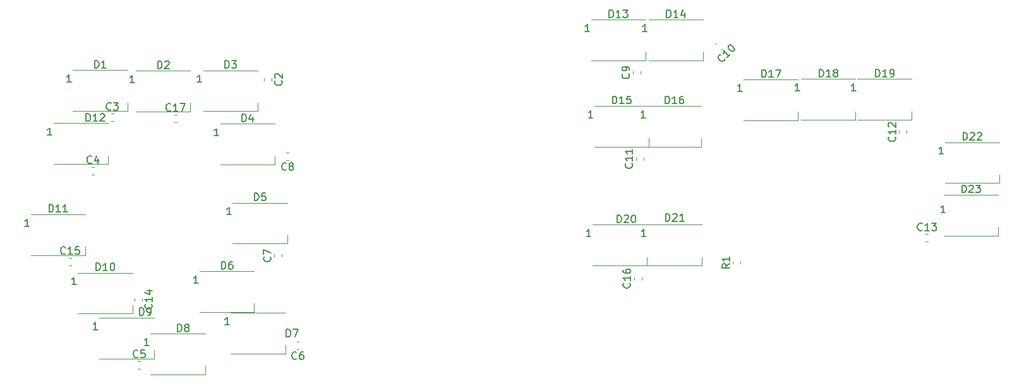
<source format=gbr>
%TF.GenerationSoftware,KiCad,Pcbnew,(5.1.10)-1*%
%TF.CreationDate,2021-11-16T17:05:13+11:00*%
%TF.ProjectId,FCS Panel PCB V2,46435320-5061-46e6-956c-205043422056,rev?*%
%TF.SameCoordinates,Original*%
%TF.FileFunction,Legend,Top*%
%TF.FilePolarity,Positive*%
%FSLAX46Y46*%
G04 Gerber Fmt 4.6, Leading zero omitted, Abs format (unit mm)*
G04 Created by KiCad (PCBNEW (5.1.10)-1) date 2021-11-16 17:05:13*
%MOMM*%
%LPD*%
G01*
G04 APERTURE LIST*
%ADD10C,0.120000*%
%ADD11C,0.150000*%
G04 APERTURE END LIST*
D10*
%TO.C,R1*%
X180131000Y-81069479D02*
X180131000Y-80743921D01*
X179111000Y-81069479D02*
X179111000Y-80743921D01*
%TO.C,C17*%
X104223221Y-62039000D02*
X104548779Y-62039000D01*
X104223221Y-61019000D02*
X104548779Y-61019000D01*
%TO.C,C16*%
X166850000Y-83197979D02*
X166850000Y-82872421D01*
X165830000Y-83197979D02*
X165830000Y-82872421D01*
%TO.C,C15*%
X90096021Y-81269300D02*
X90421579Y-81269300D01*
X90096021Y-80249300D02*
X90421579Y-80249300D01*
%TO.C,C14*%
X98872600Y-85681721D02*
X98872600Y-86007279D01*
X99892600Y-85681721D02*
X99892600Y-86007279D01*
%TO.C,C13*%
X204942221Y-78096800D02*
X205267779Y-78096800D01*
X204942221Y-77076800D02*
X205267779Y-77076800D01*
%TO.C,C12*%
X202402000Y-63535879D02*
X202402000Y-63210321D01*
X201382000Y-63535879D02*
X201382000Y-63210321D01*
%TO.C,C11*%
X167137000Y-67114579D02*
X167137000Y-66789021D01*
X166117000Y-67114579D02*
X166117000Y-66789021D01*
%TO.C,C10*%
X176965478Y-51347273D02*
X176735273Y-51577478D01*
X177686727Y-52068522D02*
X177456522Y-52298727D01*
%TO.C,C9*%
X166712000Y-55544879D02*
X166712000Y-55219321D01*
X165692000Y-55544879D02*
X165692000Y-55219321D01*
%TO.C,C8*%
X119570779Y-66106600D02*
X119245221Y-66106600D01*
X119570779Y-67126600D02*
X119245221Y-67126600D01*
%TO.C,C7*%
X118658000Y-80129679D02*
X118658000Y-79804121D01*
X117638000Y-80129679D02*
X117638000Y-79804121D01*
%TO.C,C6*%
X120942779Y-91493900D02*
X120617221Y-91493900D01*
X120942779Y-92513900D02*
X120617221Y-92513900D01*
%TO.C,C5*%
X99351821Y-95152900D02*
X99677379Y-95152900D01*
X99351821Y-94132900D02*
X99677379Y-94132900D01*
%TO.C,C4*%
X93166921Y-69072200D02*
X93492479Y-69072200D01*
X93166921Y-68052200D02*
X93492479Y-68052200D01*
%TO.C,C3*%
X95755121Y-61906900D02*
X96080679Y-61906900D01*
X95755121Y-60886900D02*
X96080679Y-60886900D01*
%TO.C,C2*%
X116279000Y-56159221D02*
X116279000Y-56484779D01*
X117299000Y-56159221D02*
X117299000Y-56484779D01*
%TO.C,D23*%
X214662000Y-77298800D02*
X214662000Y-76148800D01*
X207362000Y-77298800D02*
X214662000Y-77298800D01*
X207362000Y-71798800D02*
X214662000Y-71798800D01*
%TO.C,D22*%
X214814000Y-70237600D02*
X214814000Y-69087600D01*
X207514000Y-70237600D02*
X214814000Y-70237600D01*
X207514000Y-64737600D02*
X214814000Y-64737600D01*
%TO.C,D21*%
X174936000Y-81312000D02*
X174936000Y-80162000D01*
X167636000Y-81312000D02*
X174936000Y-81312000D01*
X167636000Y-75812000D02*
X174936000Y-75812000D01*
%TO.C,D20*%
X167570000Y-81312400D02*
X167570000Y-80162400D01*
X160270000Y-81312400D02*
X167570000Y-81312400D01*
X160270000Y-75812400D02*
X167570000Y-75812400D01*
%TO.C,D19*%
X203079000Y-61754000D02*
X203079000Y-60604000D01*
X195779000Y-61754000D02*
X203079000Y-61754000D01*
X195779000Y-56254000D02*
X203079000Y-56254000D01*
%TO.C,D18*%
X195533000Y-61754000D02*
X195533000Y-60604000D01*
X188233000Y-61754000D02*
X195533000Y-61754000D01*
X188233000Y-56254000D02*
X195533000Y-56254000D01*
%TO.C,D17*%
X187839000Y-61805200D02*
X187839000Y-60655200D01*
X180539000Y-61805200D02*
X187839000Y-61805200D01*
X180539000Y-56305200D02*
X187839000Y-56305200D01*
%TO.C,D16*%
X174885000Y-65361200D02*
X174885000Y-64211200D01*
X167585000Y-65361200D02*
X174885000Y-65361200D01*
X167585000Y-59861200D02*
X174885000Y-59861200D01*
%TO.C,D15*%
X167824000Y-65360800D02*
X167824000Y-64210800D01*
X160524000Y-65360800D02*
X167824000Y-65360800D01*
X160524000Y-59860800D02*
X167824000Y-59860800D01*
%TO.C,D14*%
X175088000Y-53778800D02*
X175088000Y-52628800D01*
X167788000Y-53778800D02*
X175088000Y-53778800D01*
X167788000Y-48278800D02*
X175088000Y-48278800D01*
%TO.C,D13*%
X167390000Y-53778400D02*
X167390000Y-52628400D01*
X160090000Y-53778400D02*
X167390000Y-53778400D01*
X160090000Y-48278400D02*
X167390000Y-48278400D01*
%TO.C,D12*%
X95344000Y-67672400D02*
X95344000Y-66522400D01*
X88044000Y-67672400D02*
X95344000Y-67672400D01*
X88044000Y-62172400D02*
X95344000Y-62172400D01*
%TO.C,D11*%
X92296000Y-79915200D02*
X92296000Y-78765200D01*
X84996000Y-79915200D02*
X92296000Y-79915200D01*
X84996000Y-74415200D02*
X92296000Y-74415200D01*
%TO.C,D10*%
X98606800Y-87763600D02*
X98606800Y-86613600D01*
X91306800Y-87763600D02*
X98606800Y-87763600D01*
X91306800Y-82263600D02*
X98606800Y-82263600D01*
%TO.C,D9*%
X101490800Y-93783600D02*
X101490800Y-92633600D01*
X94190800Y-93783600D02*
X101490800Y-93783600D01*
X94190800Y-88283600D02*
X101490800Y-88283600D01*
%TO.C,D8*%
X108349000Y-95917200D02*
X108349000Y-94767200D01*
X101049000Y-95917200D02*
X108349000Y-95917200D01*
X101049000Y-90417200D02*
X108349000Y-90417200D01*
%TO.C,D7*%
X119107000Y-93148400D02*
X119107000Y-91998400D01*
X111807000Y-93148400D02*
X119107000Y-93148400D01*
X111807000Y-87648400D02*
X119107000Y-87648400D01*
%TO.C,D6*%
X114941000Y-87560400D02*
X114941000Y-86410400D01*
X107641000Y-87560400D02*
X114941000Y-87560400D01*
X107641000Y-82060400D02*
X114941000Y-82060400D01*
%TO.C,D5*%
X119361000Y-78365600D02*
X119361000Y-77215600D01*
X112061000Y-78365600D02*
X119361000Y-78365600D01*
X112061000Y-72865600D02*
X119361000Y-72865600D01*
%TO.C,D4*%
X117696000Y-67774000D02*
X117696000Y-66624000D01*
X110396000Y-67774000D02*
X117696000Y-67774000D01*
X110396000Y-62274000D02*
X117696000Y-62274000D01*
%TO.C,D3*%
X115398000Y-60585600D02*
X115398000Y-59435600D01*
X108098000Y-60585600D02*
X115398000Y-60585600D01*
X108098000Y-55085600D02*
X115398000Y-55085600D01*
%TO.C,D2*%
X106379000Y-60636400D02*
X106379000Y-59486400D01*
X99079000Y-60636400D02*
X106379000Y-60636400D01*
X99079000Y-55136400D02*
X106379000Y-55136400D01*
%TO.C,D1*%
X97934800Y-60560400D02*
X97934800Y-59410400D01*
X90634800Y-60560400D02*
X97934800Y-60560400D01*
X90634800Y-55060400D02*
X97934800Y-55060400D01*
%TO.C,R1*%
D11*
X178643380Y-81073366D02*
X178167190Y-81406700D01*
X178643380Y-81644795D02*
X177643380Y-81644795D01*
X177643380Y-81263842D01*
X177691000Y-81168604D01*
X177738619Y-81120985D01*
X177833857Y-81073366D01*
X177976714Y-81073366D01*
X178071952Y-81120985D01*
X178119571Y-81168604D01*
X178167190Y-81263842D01*
X178167190Y-81644795D01*
X178643380Y-80120985D02*
X178643380Y-80692414D01*
X178643380Y-80406700D02*
X177643380Y-80406700D01*
X177786238Y-80501938D01*
X177881476Y-80597176D01*
X177929095Y-80692414D01*
%TO.C,C17*%
X103743142Y-60456142D02*
X103695523Y-60503761D01*
X103552666Y-60551380D01*
X103457428Y-60551380D01*
X103314571Y-60503761D01*
X103219333Y-60408523D01*
X103171714Y-60313285D01*
X103124095Y-60122809D01*
X103124095Y-59979952D01*
X103171714Y-59789476D01*
X103219333Y-59694238D01*
X103314571Y-59599000D01*
X103457428Y-59551380D01*
X103552666Y-59551380D01*
X103695523Y-59599000D01*
X103743142Y-59646619D01*
X104695523Y-60551380D02*
X104124095Y-60551380D01*
X104409809Y-60551380D02*
X104409809Y-59551380D01*
X104314571Y-59694238D01*
X104219333Y-59789476D01*
X104124095Y-59837095D01*
X105028857Y-59551380D02*
X105695523Y-59551380D01*
X105266952Y-60551380D01*
%TO.C,C16*%
X165267142Y-83678057D02*
X165314761Y-83725676D01*
X165362380Y-83868533D01*
X165362380Y-83963771D01*
X165314761Y-84106628D01*
X165219523Y-84201866D01*
X165124285Y-84249485D01*
X164933809Y-84297104D01*
X164790952Y-84297104D01*
X164600476Y-84249485D01*
X164505238Y-84201866D01*
X164410000Y-84106628D01*
X164362380Y-83963771D01*
X164362380Y-83868533D01*
X164410000Y-83725676D01*
X164457619Y-83678057D01*
X165362380Y-82725676D02*
X165362380Y-83297104D01*
X165362380Y-83011390D02*
X164362380Y-83011390D01*
X164505238Y-83106628D01*
X164600476Y-83201866D01*
X164648095Y-83297104D01*
X164362380Y-81868533D02*
X164362380Y-82059009D01*
X164410000Y-82154247D01*
X164457619Y-82201866D01*
X164600476Y-82297104D01*
X164790952Y-82344723D01*
X165171904Y-82344723D01*
X165267142Y-82297104D01*
X165314761Y-82249485D01*
X165362380Y-82154247D01*
X165362380Y-81963771D01*
X165314761Y-81868533D01*
X165267142Y-81820914D01*
X165171904Y-81773295D01*
X164933809Y-81773295D01*
X164838571Y-81820914D01*
X164790952Y-81868533D01*
X164743333Y-81963771D01*
X164743333Y-82154247D01*
X164790952Y-82249485D01*
X164838571Y-82297104D01*
X164933809Y-82344723D01*
%TO.C,C15*%
X89615942Y-79686442D02*
X89568323Y-79734061D01*
X89425466Y-79781680D01*
X89330228Y-79781680D01*
X89187371Y-79734061D01*
X89092133Y-79638823D01*
X89044514Y-79543585D01*
X88996895Y-79353109D01*
X88996895Y-79210252D01*
X89044514Y-79019776D01*
X89092133Y-78924538D01*
X89187371Y-78829300D01*
X89330228Y-78781680D01*
X89425466Y-78781680D01*
X89568323Y-78829300D01*
X89615942Y-78876919D01*
X90568323Y-79781680D02*
X89996895Y-79781680D01*
X90282609Y-79781680D02*
X90282609Y-78781680D01*
X90187371Y-78924538D01*
X90092133Y-79019776D01*
X89996895Y-79067395D01*
X91473085Y-78781680D02*
X90996895Y-78781680D01*
X90949276Y-79257871D01*
X90996895Y-79210252D01*
X91092133Y-79162633D01*
X91330228Y-79162633D01*
X91425466Y-79210252D01*
X91473085Y-79257871D01*
X91520704Y-79353109D01*
X91520704Y-79591204D01*
X91473085Y-79686442D01*
X91425466Y-79734061D01*
X91330228Y-79781680D01*
X91092133Y-79781680D01*
X90996895Y-79734061D01*
X90949276Y-79686442D01*
%TO.C,C14*%
X101169742Y-86487357D02*
X101217361Y-86534976D01*
X101264980Y-86677833D01*
X101264980Y-86773071D01*
X101217361Y-86915928D01*
X101122123Y-87011166D01*
X101026885Y-87058785D01*
X100836409Y-87106404D01*
X100693552Y-87106404D01*
X100503076Y-87058785D01*
X100407838Y-87011166D01*
X100312600Y-86915928D01*
X100264980Y-86773071D01*
X100264980Y-86677833D01*
X100312600Y-86534976D01*
X100360219Y-86487357D01*
X101264980Y-85534976D02*
X101264980Y-86106404D01*
X101264980Y-85820690D02*
X100264980Y-85820690D01*
X100407838Y-85915928D01*
X100503076Y-86011166D01*
X100550695Y-86106404D01*
X100598314Y-84677833D02*
X101264980Y-84677833D01*
X100217361Y-84915928D02*
X100931647Y-85154023D01*
X100931647Y-84534976D01*
%TO.C,C13*%
X204462142Y-76513942D02*
X204414523Y-76561561D01*
X204271666Y-76609180D01*
X204176428Y-76609180D01*
X204033571Y-76561561D01*
X203938333Y-76466323D01*
X203890714Y-76371085D01*
X203843095Y-76180609D01*
X203843095Y-76037752D01*
X203890714Y-75847276D01*
X203938333Y-75752038D01*
X204033571Y-75656800D01*
X204176428Y-75609180D01*
X204271666Y-75609180D01*
X204414523Y-75656800D01*
X204462142Y-75704419D01*
X205414523Y-76609180D02*
X204843095Y-76609180D01*
X205128809Y-76609180D02*
X205128809Y-75609180D01*
X205033571Y-75752038D01*
X204938333Y-75847276D01*
X204843095Y-75894895D01*
X205747857Y-75609180D02*
X206366904Y-75609180D01*
X206033571Y-75990133D01*
X206176428Y-75990133D01*
X206271666Y-76037752D01*
X206319285Y-76085371D01*
X206366904Y-76180609D01*
X206366904Y-76418704D01*
X206319285Y-76513942D01*
X206271666Y-76561561D01*
X206176428Y-76609180D01*
X205890714Y-76609180D01*
X205795476Y-76561561D01*
X205747857Y-76513942D01*
%TO.C,C12*%
X200819142Y-64015957D02*
X200866761Y-64063576D01*
X200914380Y-64206433D01*
X200914380Y-64301671D01*
X200866761Y-64444528D01*
X200771523Y-64539766D01*
X200676285Y-64587385D01*
X200485809Y-64635004D01*
X200342952Y-64635004D01*
X200152476Y-64587385D01*
X200057238Y-64539766D01*
X199962000Y-64444528D01*
X199914380Y-64301671D01*
X199914380Y-64206433D01*
X199962000Y-64063576D01*
X200009619Y-64015957D01*
X200914380Y-63063576D02*
X200914380Y-63635004D01*
X200914380Y-63349290D02*
X199914380Y-63349290D01*
X200057238Y-63444528D01*
X200152476Y-63539766D01*
X200200095Y-63635004D01*
X200009619Y-62682623D02*
X199962000Y-62635004D01*
X199914380Y-62539766D01*
X199914380Y-62301671D01*
X199962000Y-62206433D01*
X200009619Y-62158814D01*
X200104857Y-62111195D01*
X200200095Y-62111195D01*
X200342952Y-62158814D01*
X200914380Y-62730242D01*
X200914380Y-62111195D01*
%TO.C,C11*%
X165554142Y-67594657D02*
X165601761Y-67642276D01*
X165649380Y-67785133D01*
X165649380Y-67880371D01*
X165601761Y-68023228D01*
X165506523Y-68118466D01*
X165411285Y-68166085D01*
X165220809Y-68213704D01*
X165077952Y-68213704D01*
X164887476Y-68166085D01*
X164792238Y-68118466D01*
X164697000Y-68023228D01*
X164649380Y-67880371D01*
X164649380Y-67785133D01*
X164697000Y-67642276D01*
X164744619Y-67594657D01*
X165649380Y-66642276D02*
X165649380Y-67213704D01*
X165649380Y-66927990D02*
X164649380Y-66927990D01*
X164792238Y-67023228D01*
X164887476Y-67118466D01*
X164935095Y-67213704D01*
X165649380Y-65689895D02*
X165649380Y-66261323D01*
X165649380Y-65975609D02*
X164649380Y-65975609D01*
X164792238Y-66070847D01*
X164887476Y-66166085D01*
X164935095Y-66261323D01*
%TO.C,C10*%
X178020132Y-53541269D02*
X178020132Y-53608613D01*
X177952788Y-53743300D01*
X177885445Y-53810643D01*
X177750758Y-53877987D01*
X177616071Y-53877987D01*
X177515056Y-53844315D01*
X177346697Y-53743300D01*
X177245682Y-53642285D01*
X177144666Y-53473926D01*
X177110995Y-53372911D01*
X177110995Y-53238224D01*
X177178338Y-53103537D01*
X177245682Y-53036193D01*
X177380369Y-52968850D01*
X177447712Y-52968850D01*
X178760911Y-52935178D02*
X178356850Y-53339239D01*
X178558880Y-53137208D02*
X177851773Y-52430101D01*
X177885445Y-52598460D01*
X177885445Y-52733147D01*
X177851773Y-52834163D01*
X178491537Y-51790338D02*
X178558880Y-51722995D01*
X178659895Y-51689323D01*
X178727239Y-51689323D01*
X178828254Y-51722995D01*
X178996613Y-51824010D01*
X179164972Y-51992369D01*
X179265987Y-52160727D01*
X179299659Y-52261743D01*
X179299659Y-52329086D01*
X179265987Y-52430101D01*
X179198643Y-52497445D01*
X179097628Y-52531117D01*
X179030285Y-52531117D01*
X178929269Y-52497445D01*
X178760911Y-52396430D01*
X178592552Y-52228071D01*
X178491537Y-52059712D01*
X178457865Y-51958697D01*
X178457865Y-51891353D01*
X178491537Y-51790338D01*
%TO.C,C9*%
X165129142Y-55548766D02*
X165176761Y-55596385D01*
X165224380Y-55739242D01*
X165224380Y-55834480D01*
X165176761Y-55977338D01*
X165081523Y-56072576D01*
X164986285Y-56120195D01*
X164795809Y-56167814D01*
X164652952Y-56167814D01*
X164462476Y-56120195D01*
X164367238Y-56072576D01*
X164272000Y-55977338D01*
X164224380Y-55834480D01*
X164224380Y-55739242D01*
X164272000Y-55596385D01*
X164319619Y-55548766D01*
X165224380Y-55072576D02*
X165224380Y-54882100D01*
X165176761Y-54786861D01*
X165129142Y-54739242D01*
X164986285Y-54644004D01*
X164795809Y-54596385D01*
X164414857Y-54596385D01*
X164319619Y-54644004D01*
X164272000Y-54691623D01*
X164224380Y-54786861D01*
X164224380Y-54977338D01*
X164272000Y-55072576D01*
X164319619Y-55120195D01*
X164414857Y-55167814D01*
X164652952Y-55167814D01*
X164748190Y-55120195D01*
X164795809Y-55072576D01*
X164843428Y-54977338D01*
X164843428Y-54786861D01*
X164795809Y-54691623D01*
X164748190Y-54644004D01*
X164652952Y-54596385D01*
%TO.C,C8*%
X119241333Y-68403742D02*
X119193714Y-68451361D01*
X119050857Y-68498980D01*
X118955619Y-68498980D01*
X118812761Y-68451361D01*
X118717523Y-68356123D01*
X118669904Y-68260885D01*
X118622285Y-68070409D01*
X118622285Y-67927552D01*
X118669904Y-67737076D01*
X118717523Y-67641838D01*
X118812761Y-67546600D01*
X118955619Y-67498980D01*
X119050857Y-67498980D01*
X119193714Y-67546600D01*
X119241333Y-67594219D01*
X119812761Y-67927552D02*
X119717523Y-67879933D01*
X119669904Y-67832314D01*
X119622285Y-67737076D01*
X119622285Y-67689457D01*
X119669904Y-67594219D01*
X119717523Y-67546600D01*
X119812761Y-67498980D01*
X120003238Y-67498980D01*
X120098476Y-67546600D01*
X120146095Y-67594219D01*
X120193714Y-67689457D01*
X120193714Y-67737076D01*
X120146095Y-67832314D01*
X120098476Y-67879933D01*
X120003238Y-67927552D01*
X119812761Y-67927552D01*
X119717523Y-67975171D01*
X119669904Y-68022790D01*
X119622285Y-68118028D01*
X119622285Y-68308504D01*
X119669904Y-68403742D01*
X119717523Y-68451361D01*
X119812761Y-68498980D01*
X120003238Y-68498980D01*
X120098476Y-68451361D01*
X120146095Y-68403742D01*
X120193714Y-68308504D01*
X120193714Y-68118028D01*
X120146095Y-68022790D01*
X120098476Y-67975171D01*
X120003238Y-67927552D01*
%TO.C,C7*%
X117075142Y-80133566D02*
X117122761Y-80181185D01*
X117170380Y-80324042D01*
X117170380Y-80419280D01*
X117122761Y-80562138D01*
X117027523Y-80657376D01*
X116932285Y-80704995D01*
X116741809Y-80752614D01*
X116598952Y-80752614D01*
X116408476Y-80704995D01*
X116313238Y-80657376D01*
X116218000Y-80562138D01*
X116170380Y-80419280D01*
X116170380Y-80324042D01*
X116218000Y-80181185D01*
X116265619Y-80133566D01*
X116170380Y-79800233D02*
X116170380Y-79133566D01*
X117170380Y-79562138D01*
%TO.C,C6*%
X120613333Y-93791042D02*
X120565714Y-93838661D01*
X120422857Y-93886280D01*
X120327619Y-93886280D01*
X120184761Y-93838661D01*
X120089523Y-93743423D01*
X120041904Y-93648185D01*
X119994285Y-93457709D01*
X119994285Y-93314852D01*
X120041904Y-93124376D01*
X120089523Y-93029138D01*
X120184761Y-92933900D01*
X120327619Y-92886280D01*
X120422857Y-92886280D01*
X120565714Y-92933900D01*
X120613333Y-92981519D01*
X121470476Y-92886280D02*
X121280000Y-92886280D01*
X121184761Y-92933900D01*
X121137142Y-92981519D01*
X121041904Y-93124376D01*
X120994285Y-93314852D01*
X120994285Y-93695804D01*
X121041904Y-93791042D01*
X121089523Y-93838661D01*
X121184761Y-93886280D01*
X121375238Y-93886280D01*
X121470476Y-93838661D01*
X121518095Y-93791042D01*
X121565714Y-93695804D01*
X121565714Y-93457709D01*
X121518095Y-93362471D01*
X121470476Y-93314852D01*
X121375238Y-93267233D01*
X121184761Y-93267233D01*
X121089523Y-93314852D01*
X121041904Y-93362471D01*
X120994285Y-93457709D01*
%TO.C,C5*%
X99347933Y-93570042D02*
X99300314Y-93617661D01*
X99157457Y-93665280D01*
X99062219Y-93665280D01*
X98919361Y-93617661D01*
X98824123Y-93522423D01*
X98776504Y-93427185D01*
X98728885Y-93236709D01*
X98728885Y-93093852D01*
X98776504Y-92903376D01*
X98824123Y-92808138D01*
X98919361Y-92712900D01*
X99062219Y-92665280D01*
X99157457Y-92665280D01*
X99300314Y-92712900D01*
X99347933Y-92760519D01*
X100252695Y-92665280D02*
X99776504Y-92665280D01*
X99728885Y-93141471D01*
X99776504Y-93093852D01*
X99871742Y-93046233D01*
X100109838Y-93046233D01*
X100205076Y-93093852D01*
X100252695Y-93141471D01*
X100300314Y-93236709D01*
X100300314Y-93474804D01*
X100252695Y-93570042D01*
X100205076Y-93617661D01*
X100109838Y-93665280D01*
X99871742Y-93665280D01*
X99776504Y-93617661D01*
X99728885Y-93570042D01*
%TO.C,C4*%
X93163033Y-67489342D02*
X93115414Y-67536961D01*
X92972557Y-67584580D01*
X92877319Y-67584580D01*
X92734461Y-67536961D01*
X92639223Y-67441723D01*
X92591604Y-67346485D01*
X92543985Y-67156009D01*
X92543985Y-67013152D01*
X92591604Y-66822676D01*
X92639223Y-66727438D01*
X92734461Y-66632200D01*
X92877319Y-66584580D01*
X92972557Y-66584580D01*
X93115414Y-66632200D01*
X93163033Y-66679819D01*
X94020176Y-66917914D02*
X94020176Y-67584580D01*
X93782080Y-66536961D02*
X93543985Y-67251247D01*
X94163033Y-67251247D01*
%TO.C,C3*%
X95751233Y-60324042D02*
X95703614Y-60371661D01*
X95560757Y-60419280D01*
X95465519Y-60419280D01*
X95322661Y-60371661D01*
X95227423Y-60276423D01*
X95179804Y-60181185D01*
X95132185Y-59990709D01*
X95132185Y-59847852D01*
X95179804Y-59657376D01*
X95227423Y-59562138D01*
X95322661Y-59466900D01*
X95465519Y-59419280D01*
X95560757Y-59419280D01*
X95703614Y-59466900D01*
X95751233Y-59514519D01*
X96084566Y-59419280D02*
X96703614Y-59419280D01*
X96370280Y-59800233D01*
X96513138Y-59800233D01*
X96608376Y-59847852D01*
X96655995Y-59895471D01*
X96703614Y-59990709D01*
X96703614Y-60228804D01*
X96655995Y-60324042D01*
X96608376Y-60371661D01*
X96513138Y-60419280D01*
X96227423Y-60419280D01*
X96132185Y-60371661D01*
X96084566Y-60324042D01*
%TO.C,C2*%
X118576142Y-56488666D02*
X118623761Y-56536285D01*
X118671380Y-56679142D01*
X118671380Y-56774380D01*
X118623761Y-56917238D01*
X118528523Y-57012476D01*
X118433285Y-57060095D01*
X118242809Y-57107714D01*
X118099952Y-57107714D01*
X117909476Y-57060095D01*
X117814238Y-57012476D01*
X117719000Y-56917238D01*
X117671380Y-56774380D01*
X117671380Y-56679142D01*
X117719000Y-56536285D01*
X117766619Y-56488666D01*
X117766619Y-56107714D02*
X117719000Y-56060095D01*
X117671380Y-55964857D01*
X117671380Y-55726761D01*
X117719000Y-55631523D01*
X117766619Y-55583904D01*
X117861857Y-55536285D01*
X117957095Y-55536285D01*
X118099952Y-55583904D01*
X118671380Y-56155333D01*
X118671380Y-55536285D01*
%TO.C,D23*%
X209797714Y-71501180D02*
X209797714Y-70501180D01*
X210035809Y-70501180D01*
X210178666Y-70548800D01*
X210273904Y-70644038D01*
X210321523Y-70739276D01*
X210369142Y-70929752D01*
X210369142Y-71072609D01*
X210321523Y-71263085D01*
X210273904Y-71358323D01*
X210178666Y-71453561D01*
X210035809Y-71501180D01*
X209797714Y-71501180D01*
X210750095Y-70596419D02*
X210797714Y-70548800D01*
X210892952Y-70501180D01*
X211131047Y-70501180D01*
X211226285Y-70548800D01*
X211273904Y-70596419D01*
X211321523Y-70691657D01*
X211321523Y-70786895D01*
X211273904Y-70929752D01*
X210702476Y-71501180D01*
X211321523Y-71501180D01*
X211654857Y-70501180D02*
X212273904Y-70501180D01*
X211940571Y-70882133D01*
X212083428Y-70882133D01*
X212178666Y-70929752D01*
X212226285Y-70977371D01*
X212273904Y-71072609D01*
X212273904Y-71310704D01*
X212226285Y-71405942D01*
X212178666Y-71453561D01*
X212083428Y-71501180D01*
X211797714Y-71501180D01*
X211702476Y-71453561D01*
X211654857Y-71405942D01*
X207549714Y-74213980D02*
X206978285Y-74213980D01*
X207264000Y-74213980D02*
X207264000Y-73213980D01*
X207168761Y-73356838D01*
X207073523Y-73452076D01*
X206978285Y-73499695D01*
%TO.C,D22*%
X209949714Y-64439980D02*
X209949714Y-63439980D01*
X210187809Y-63439980D01*
X210330666Y-63487600D01*
X210425904Y-63582838D01*
X210473523Y-63678076D01*
X210521142Y-63868552D01*
X210521142Y-64011409D01*
X210473523Y-64201885D01*
X210425904Y-64297123D01*
X210330666Y-64392361D01*
X210187809Y-64439980D01*
X209949714Y-64439980D01*
X210902095Y-63535219D02*
X210949714Y-63487600D01*
X211044952Y-63439980D01*
X211283047Y-63439980D01*
X211378285Y-63487600D01*
X211425904Y-63535219D01*
X211473523Y-63630457D01*
X211473523Y-63725695D01*
X211425904Y-63868552D01*
X210854476Y-64439980D01*
X211473523Y-64439980D01*
X211854476Y-63535219D02*
X211902095Y-63487600D01*
X211997333Y-63439980D01*
X212235428Y-63439980D01*
X212330666Y-63487600D01*
X212378285Y-63535219D01*
X212425904Y-63630457D01*
X212425904Y-63725695D01*
X212378285Y-63868552D01*
X211806857Y-64439980D01*
X212425904Y-64439980D01*
X207299714Y-66339980D02*
X206728285Y-66339980D01*
X207014000Y-66339980D02*
X207014000Y-65339980D01*
X206918761Y-65482838D01*
X206823523Y-65578076D01*
X206728285Y-65625695D01*
%TO.C,D21*%
X170083314Y-75331580D02*
X170083314Y-74331580D01*
X170321409Y-74331580D01*
X170464266Y-74379200D01*
X170559504Y-74474438D01*
X170607123Y-74569676D01*
X170654742Y-74760152D01*
X170654742Y-74903009D01*
X170607123Y-75093485D01*
X170559504Y-75188723D01*
X170464266Y-75283961D01*
X170321409Y-75331580D01*
X170083314Y-75331580D01*
X171035695Y-74426819D02*
X171083314Y-74379200D01*
X171178552Y-74331580D01*
X171416647Y-74331580D01*
X171511885Y-74379200D01*
X171559504Y-74426819D01*
X171607123Y-74522057D01*
X171607123Y-74617295D01*
X171559504Y-74760152D01*
X170988076Y-75331580D01*
X171607123Y-75331580D01*
X172559504Y-75331580D02*
X171988076Y-75331580D01*
X172273790Y-75331580D02*
X172273790Y-74331580D01*
X172178552Y-74474438D01*
X172083314Y-74569676D01*
X171988076Y-74617295D01*
X167421714Y-77414380D02*
X166850285Y-77414380D01*
X167136000Y-77414380D02*
X167136000Y-76414380D01*
X167040761Y-76557238D01*
X166945523Y-76652476D01*
X166850285Y-76700095D01*
%TO.C,D20*%
X163580914Y-75534780D02*
X163580914Y-74534780D01*
X163819009Y-74534780D01*
X163961866Y-74582400D01*
X164057104Y-74677638D01*
X164104723Y-74772876D01*
X164152342Y-74963352D01*
X164152342Y-75106209D01*
X164104723Y-75296685D01*
X164057104Y-75391923D01*
X163961866Y-75487161D01*
X163819009Y-75534780D01*
X163580914Y-75534780D01*
X164533295Y-74630019D02*
X164580914Y-74582400D01*
X164676152Y-74534780D01*
X164914247Y-74534780D01*
X165009485Y-74582400D01*
X165057104Y-74630019D01*
X165104723Y-74725257D01*
X165104723Y-74820495D01*
X165057104Y-74963352D01*
X164485676Y-75534780D01*
X165104723Y-75534780D01*
X165723771Y-74534780D02*
X165819009Y-74534780D01*
X165914247Y-74582400D01*
X165961866Y-74630019D01*
X166009485Y-74725257D01*
X166057104Y-74915733D01*
X166057104Y-75153828D01*
X166009485Y-75344304D01*
X165961866Y-75439542D01*
X165914247Y-75487161D01*
X165819009Y-75534780D01*
X165723771Y-75534780D01*
X165628533Y-75487161D01*
X165580914Y-75439542D01*
X165533295Y-75344304D01*
X165485676Y-75153828D01*
X165485676Y-74915733D01*
X165533295Y-74725257D01*
X165580914Y-74630019D01*
X165628533Y-74582400D01*
X165723771Y-74534780D01*
X160055714Y-77414780D02*
X159484285Y-77414780D01*
X159770000Y-77414780D02*
X159770000Y-76414780D01*
X159674761Y-76557638D01*
X159579523Y-76652876D01*
X159484285Y-76700495D01*
%TO.C,D19*%
X198214714Y-55956380D02*
X198214714Y-54956380D01*
X198452809Y-54956380D01*
X198595666Y-55004000D01*
X198690904Y-55099238D01*
X198738523Y-55194476D01*
X198786142Y-55384952D01*
X198786142Y-55527809D01*
X198738523Y-55718285D01*
X198690904Y-55813523D01*
X198595666Y-55908761D01*
X198452809Y-55956380D01*
X198214714Y-55956380D01*
X199738523Y-55956380D02*
X199167095Y-55956380D01*
X199452809Y-55956380D02*
X199452809Y-54956380D01*
X199357571Y-55099238D01*
X199262333Y-55194476D01*
X199167095Y-55242095D01*
X200214714Y-55956380D02*
X200405190Y-55956380D01*
X200500428Y-55908761D01*
X200548047Y-55861142D01*
X200643285Y-55718285D01*
X200690904Y-55527809D01*
X200690904Y-55146857D01*
X200643285Y-55051619D01*
X200595666Y-55004000D01*
X200500428Y-54956380D01*
X200309952Y-54956380D01*
X200214714Y-55004000D01*
X200167095Y-55051619D01*
X200119476Y-55146857D01*
X200119476Y-55384952D01*
X200167095Y-55480190D01*
X200214714Y-55527809D01*
X200309952Y-55575428D01*
X200500428Y-55575428D01*
X200595666Y-55527809D01*
X200643285Y-55480190D01*
X200690904Y-55384952D01*
X195564714Y-57856380D02*
X194993285Y-57856380D01*
X195279000Y-57856380D02*
X195279000Y-56856380D01*
X195183761Y-56999238D01*
X195088523Y-57094476D01*
X194993285Y-57142095D01*
%TO.C,D18*%
X190668714Y-55956380D02*
X190668714Y-54956380D01*
X190906809Y-54956380D01*
X191049666Y-55004000D01*
X191144904Y-55099238D01*
X191192523Y-55194476D01*
X191240142Y-55384952D01*
X191240142Y-55527809D01*
X191192523Y-55718285D01*
X191144904Y-55813523D01*
X191049666Y-55908761D01*
X190906809Y-55956380D01*
X190668714Y-55956380D01*
X192192523Y-55956380D02*
X191621095Y-55956380D01*
X191906809Y-55956380D02*
X191906809Y-54956380D01*
X191811571Y-55099238D01*
X191716333Y-55194476D01*
X191621095Y-55242095D01*
X192763952Y-55384952D02*
X192668714Y-55337333D01*
X192621095Y-55289714D01*
X192573476Y-55194476D01*
X192573476Y-55146857D01*
X192621095Y-55051619D01*
X192668714Y-55004000D01*
X192763952Y-54956380D01*
X192954428Y-54956380D01*
X193049666Y-55004000D01*
X193097285Y-55051619D01*
X193144904Y-55146857D01*
X193144904Y-55194476D01*
X193097285Y-55289714D01*
X193049666Y-55337333D01*
X192954428Y-55384952D01*
X192763952Y-55384952D01*
X192668714Y-55432571D01*
X192621095Y-55480190D01*
X192573476Y-55575428D01*
X192573476Y-55765904D01*
X192621095Y-55861142D01*
X192668714Y-55908761D01*
X192763952Y-55956380D01*
X192954428Y-55956380D01*
X193049666Y-55908761D01*
X193097285Y-55861142D01*
X193144904Y-55765904D01*
X193144904Y-55575428D01*
X193097285Y-55480190D01*
X193049666Y-55432571D01*
X192954428Y-55384952D01*
X188018714Y-57856380D02*
X187447285Y-57856380D01*
X187733000Y-57856380D02*
X187733000Y-56856380D01*
X187637761Y-56999238D01*
X187542523Y-57094476D01*
X187447285Y-57142095D01*
%TO.C,D17*%
X182974714Y-56007580D02*
X182974714Y-55007580D01*
X183212809Y-55007580D01*
X183355666Y-55055200D01*
X183450904Y-55150438D01*
X183498523Y-55245676D01*
X183546142Y-55436152D01*
X183546142Y-55579009D01*
X183498523Y-55769485D01*
X183450904Y-55864723D01*
X183355666Y-55959961D01*
X183212809Y-56007580D01*
X182974714Y-56007580D01*
X184498523Y-56007580D02*
X183927095Y-56007580D01*
X184212809Y-56007580D02*
X184212809Y-55007580D01*
X184117571Y-55150438D01*
X184022333Y-55245676D01*
X183927095Y-55293295D01*
X184831857Y-55007580D02*
X185498523Y-55007580D01*
X185069952Y-56007580D01*
X180324714Y-57907580D02*
X179753285Y-57907580D01*
X180039000Y-57907580D02*
X180039000Y-56907580D01*
X179943761Y-57050438D01*
X179848523Y-57145676D01*
X179753285Y-57193295D01*
%TO.C,D16*%
X170020714Y-59563580D02*
X170020714Y-58563580D01*
X170258809Y-58563580D01*
X170401666Y-58611200D01*
X170496904Y-58706438D01*
X170544523Y-58801676D01*
X170592142Y-58992152D01*
X170592142Y-59135009D01*
X170544523Y-59325485D01*
X170496904Y-59420723D01*
X170401666Y-59515961D01*
X170258809Y-59563580D01*
X170020714Y-59563580D01*
X171544523Y-59563580D02*
X170973095Y-59563580D01*
X171258809Y-59563580D02*
X171258809Y-58563580D01*
X171163571Y-58706438D01*
X171068333Y-58801676D01*
X170973095Y-58849295D01*
X172401666Y-58563580D02*
X172211190Y-58563580D01*
X172115952Y-58611200D01*
X172068333Y-58658819D01*
X171973095Y-58801676D01*
X171925476Y-58992152D01*
X171925476Y-59373104D01*
X171973095Y-59468342D01*
X172020714Y-59515961D01*
X172115952Y-59563580D01*
X172306428Y-59563580D01*
X172401666Y-59515961D01*
X172449285Y-59468342D01*
X172496904Y-59373104D01*
X172496904Y-59135009D01*
X172449285Y-59039771D01*
X172401666Y-58992152D01*
X172306428Y-58944533D01*
X172115952Y-58944533D01*
X172020714Y-58992152D01*
X171973095Y-59039771D01*
X171925476Y-59135009D01*
X167370714Y-61463580D02*
X166799285Y-61463580D01*
X167085000Y-61463580D02*
X167085000Y-60463580D01*
X166989761Y-60606438D01*
X166894523Y-60701676D01*
X166799285Y-60749295D01*
%TO.C,D15*%
X162959714Y-59563180D02*
X162959714Y-58563180D01*
X163197809Y-58563180D01*
X163340666Y-58610800D01*
X163435904Y-58706038D01*
X163483523Y-58801276D01*
X163531142Y-58991752D01*
X163531142Y-59134609D01*
X163483523Y-59325085D01*
X163435904Y-59420323D01*
X163340666Y-59515561D01*
X163197809Y-59563180D01*
X162959714Y-59563180D01*
X164483523Y-59563180D02*
X163912095Y-59563180D01*
X164197809Y-59563180D02*
X164197809Y-58563180D01*
X164102571Y-58706038D01*
X164007333Y-58801276D01*
X163912095Y-58848895D01*
X165388285Y-58563180D02*
X164912095Y-58563180D01*
X164864476Y-59039371D01*
X164912095Y-58991752D01*
X165007333Y-58944133D01*
X165245428Y-58944133D01*
X165340666Y-58991752D01*
X165388285Y-59039371D01*
X165435904Y-59134609D01*
X165435904Y-59372704D01*
X165388285Y-59467942D01*
X165340666Y-59515561D01*
X165245428Y-59563180D01*
X165007333Y-59563180D01*
X164912095Y-59515561D01*
X164864476Y-59467942D01*
X160309714Y-61463180D02*
X159738285Y-61463180D01*
X160024000Y-61463180D02*
X160024000Y-60463180D01*
X159928761Y-60606038D01*
X159833523Y-60701276D01*
X159738285Y-60748895D01*
%TO.C,D14*%
X170223714Y-47981180D02*
X170223714Y-46981180D01*
X170461809Y-46981180D01*
X170604666Y-47028800D01*
X170699904Y-47124038D01*
X170747523Y-47219276D01*
X170795142Y-47409752D01*
X170795142Y-47552609D01*
X170747523Y-47743085D01*
X170699904Y-47838323D01*
X170604666Y-47933561D01*
X170461809Y-47981180D01*
X170223714Y-47981180D01*
X171747523Y-47981180D02*
X171176095Y-47981180D01*
X171461809Y-47981180D02*
X171461809Y-46981180D01*
X171366571Y-47124038D01*
X171271333Y-47219276D01*
X171176095Y-47266895D01*
X172604666Y-47314514D02*
X172604666Y-47981180D01*
X172366571Y-46933561D02*
X172128476Y-47647847D01*
X172747523Y-47647847D01*
X167573714Y-49881180D02*
X167002285Y-49881180D01*
X167288000Y-49881180D02*
X167288000Y-48881180D01*
X167192761Y-49024038D01*
X167097523Y-49119276D01*
X167002285Y-49166895D01*
%TO.C,D13*%
X162525714Y-47980780D02*
X162525714Y-46980780D01*
X162763809Y-46980780D01*
X162906666Y-47028400D01*
X163001904Y-47123638D01*
X163049523Y-47218876D01*
X163097142Y-47409352D01*
X163097142Y-47552209D01*
X163049523Y-47742685D01*
X163001904Y-47837923D01*
X162906666Y-47933161D01*
X162763809Y-47980780D01*
X162525714Y-47980780D01*
X164049523Y-47980780D02*
X163478095Y-47980780D01*
X163763809Y-47980780D02*
X163763809Y-46980780D01*
X163668571Y-47123638D01*
X163573333Y-47218876D01*
X163478095Y-47266495D01*
X164382857Y-46980780D02*
X165001904Y-46980780D01*
X164668571Y-47361733D01*
X164811428Y-47361733D01*
X164906666Y-47409352D01*
X164954285Y-47456971D01*
X165001904Y-47552209D01*
X165001904Y-47790304D01*
X164954285Y-47885542D01*
X164906666Y-47933161D01*
X164811428Y-47980780D01*
X164525714Y-47980780D01*
X164430476Y-47933161D01*
X164382857Y-47885542D01*
X159875714Y-49880780D02*
X159304285Y-49880780D01*
X159590000Y-49880780D02*
X159590000Y-48880780D01*
X159494761Y-49023638D01*
X159399523Y-49118876D01*
X159304285Y-49166495D01*
%TO.C,D12*%
X92410114Y-61920380D02*
X92410114Y-60920380D01*
X92648209Y-60920380D01*
X92791066Y-60968000D01*
X92886304Y-61063238D01*
X92933923Y-61158476D01*
X92981542Y-61348952D01*
X92981542Y-61491809D01*
X92933923Y-61682285D01*
X92886304Y-61777523D01*
X92791066Y-61872761D01*
X92648209Y-61920380D01*
X92410114Y-61920380D01*
X93933923Y-61920380D02*
X93362495Y-61920380D01*
X93648209Y-61920380D02*
X93648209Y-60920380D01*
X93552971Y-61063238D01*
X93457733Y-61158476D01*
X93362495Y-61206095D01*
X94314876Y-61015619D02*
X94362495Y-60968000D01*
X94457733Y-60920380D01*
X94695828Y-60920380D01*
X94791066Y-60968000D01*
X94838685Y-61015619D01*
X94886304Y-61110857D01*
X94886304Y-61206095D01*
X94838685Y-61348952D01*
X94267257Y-61920380D01*
X94886304Y-61920380D01*
X87814114Y-63799980D02*
X87242685Y-63799980D01*
X87528400Y-63799980D02*
X87528400Y-62799980D01*
X87433161Y-62942838D01*
X87337923Y-63038076D01*
X87242685Y-63085695D01*
%TO.C,D11*%
X87431714Y-74117580D02*
X87431714Y-73117580D01*
X87669809Y-73117580D01*
X87812666Y-73165200D01*
X87907904Y-73260438D01*
X87955523Y-73355676D01*
X88003142Y-73546152D01*
X88003142Y-73689009D01*
X87955523Y-73879485D01*
X87907904Y-73974723D01*
X87812666Y-74069961D01*
X87669809Y-74117580D01*
X87431714Y-74117580D01*
X88955523Y-74117580D02*
X88384095Y-74117580D01*
X88669809Y-74117580D02*
X88669809Y-73117580D01*
X88574571Y-73260438D01*
X88479333Y-73355676D01*
X88384095Y-73403295D01*
X89907904Y-74117580D02*
X89336476Y-74117580D01*
X89622190Y-74117580D02*
X89622190Y-73117580D01*
X89526952Y-73260438D01*
X89431714Y-73355676D01*
X89336476Y-73403295D01*
X84781714Y-76017580D02*
X84210285Y-76017580D01*
X84496000Y-76017580D02*
X84496000Y-75017580D01*
X84400761Y-75160438D01*
X84305523Y-75255676D01*
X84210285Y-75303295D01*
%TO.C,D10*%
X93742514Y-81965980D02*
X93742514Y-80965980D01*
X93980609Y-80965980D01*
X94123466Y-81013600D01*
X94218704Y-81108838D01*
X94266323Y-81204076D01*
X94313942Y-81394552D01*
X94313942Y-81537409D01*
X94266323Y-81727885D01*
X94218704Y-81823123D01*
X94123466Y-81918361D01*
X93980609Y-81965980D01*
X93742514Y-81965980D01*
X95266323Y-81965980D02*
X94694895Y-81965980D01*
X94980609Y-81965980D02*
X94980609Y-80965980D01*
X94885371Y-81108838D01*
X94790133Y-81204076D01*
X94694895Y-81251695D01*
X95885371Y-80965980D02*
X95980609Y-80965980D01*
X96075847Y-81013600D01*
X96123466Y-81061219D01*
X96171085Y-81156457D01*
X96218704Y-81346933D01*
X96218704Y-81585028D01*
X96171085Y-81775504D01*
X96123466Y-81870742D01*
X96075847Y-81918361D01*
X95980609Y-81965980D01*
X95885371Y-81965980D01*
X95790133Y-81918361D01*
X95742514Y-81870742D01*
X95694895Y-81775504D01*
X95647276Y-81585028D01*
X95647276Y-81346933D01*
X95694895Y-81156457D01*
X95742514Y-81061219D01*
X95790133Y-81013600D01*
X95885371Y-80965980D01*
X91092514Y-83865980D02*
X90521085Y-83865980D01*
X90806800Y-83865980D02*
X90806800Y-82865980D01*
X90711561Y-83008838D01*
X90616323Y-83104076D01*
X90521085Y-83151695D01*
%TO.C,D9*%
X99591904Y-87985980D02*
X99591904Y-86985980D01*
X99830000Y-86985980D01*
X99972857Y-87033600D01*
X100068095Y-87128838D01*
X100115714Y-87224076D01*
X100163333Y-87414552D01*
X100163333Y-87557409D01*
X100115714Y-87747885D01*
X100068095Y-87843123D01*
X99972857Y-87938361D01*
X99830000Y-87985980D01*
X99591904Y-87985980D01*
X100639523Y-87985980D02*
X100830000Y-87985980D01*
X100925238Y-87938361D01*
X100972857Y-87890742D01*
X101068095Y-87747885D01*
X101115714Y-87557409D01*
X101115714Y-87176457D01*
X101068095Y-87081219D01*
X101020476Y-87033600D01*
X100925238Y-86985980D01*
X100734761Y-86985980D01*
X100639523Y-87033600D01*
X100591904Y-87081219D01*
X100544285Y-87176457D01*
X100544285Y-87414552D01*
X100591904Y-87509790D01*
X100639523Y-87557409D01*
X100734761Y-87605028D01*
X100925238Y-87605028D01*
X101020476Y-87557409D01*
X101068095Y-87509790D01*
X101115714Y-87414552D01*
X93976514Y-89885980D02*
X93405085Y-89885980D01*
X93690800Y-89885980D02*
X93690800Y-88885980D01*
X93595561Y-89028838D01*
X93500323Y-89124076D01*
X93405085Y-89171695D01*
%TO.C,D8*%
X104671904Y-90165180D02*
X104671904Y-89165180D01*
X104910000Y-89165180D01*
X105052857Y-89212800D01*
X105148095Y-89308038D01*
X105195714Y-89403276D01*
X105243333Y-89593752D01*
X105243333Y-89736609D01*
X105195714Y-89927085D01*
X105148095Y-90022323D01*
X105052857Y-90117561D01*
X104910000Y-90165180D01*
X104671904Y-90165180D01*
X105814761Y-89593752D02*
X105719523Y-89546133D01*
X105671904Y-89498514D01*
X105624285Y-89403276D01*
X105624285Y-89355657D01*
X105671904Y-89260419D01*
X105719523Y-89212800D01*
X105814761Y-89165180D01*
X106005238Y-89165180D01*
X106100476Y-89212800D01*
X106148095Y-89260419D01*
X106195714Y-89355657D01*
X106195714Y-89403276D01*
X106148095Y-89498514D01*
X106100476Y-89546133D01*
X106005238Y-89593752D01*
X105814761Y-89593752D01*
X105719523Y-89641371D01*
X105671904Y-89688990D01*
X105624285Y-89784228D01*
X105624285Y-89974704D01*
X105671904Y-90069942D01*
X105719523Y-90117561D01*
X105814761Y-90165180D01*
X106005238Y-90165180D01*
X106100476Y-90117561D01*
X106148095Y-90069942D01*
X106195714Y-89974704D01*
X106195714Y-89784228D01*
X106148095Y-89688990D01*
X106100476Y-89641371D01*
X106005238Y-89593752D01*
X100834714Y-92019580D02*
X100263285Y-92019580D01*
X100549000Y-92019580D02*
X100549000Y-91019580D01*
X100453761Y-91162438D01*
X100358523Y-91257676D01*
X100263285Y-91305295D01*
%TO.C,D7*%
X119251504Y-90876380D02*
X119251504Y-89876380D01*
X119489600Y-89876380D01*
X119632457Y-89924000D01*
X119727695Y-90019238D01*
X119775314Y-90114476D01*
X119822933Y-90304952D01*
X119822933Y-90447809D01*
X119775314Y-90638285D01*
X119727695Y-90733523D01*
X119632457Y-90828761D01*
X119489600Y-90876380D01*
X119251504Y-90876380D01*
X120156266Y-89876380D02*
X120822933Y-89876380D01*
X120394361Y-90876380D01*
X111592714Y-89250780D02*
X111021285Y-89250780D01*
X111307000Y-89250780D02*
X111307000Y-88250780D01*
X111211761Y-88393638D01*
X111116523Y-88488876D01*
X111021285Y-88536495D01*
%TO.C,D6*%
X110552904Y-81762780D02*
X110552904Y-80762780D01*
X110791000Y-80762780D01*
X110933857Y-80810400D01*
X111029095Y-80905638D01*
X111076714Y-81000876D01*
X111124333Y-81191352D01*
X111124333Y-81334209D01*
X111076714Y-81524685D01*
X111029095Y-81619923D01*
X110933857Y-81715161D01*
X110791000Y-81762780D01*
X110552904Y-81762780D01*
X111981476Y-80762780D02*
X111791000Y-80762780D01*
X111695761Y-80810400D01*
X111648142Y-80858019D01*
X111552904Y-81000876D01*
X111505285Y-81191352D01*
X111505285Y-81572304D01*
X111552904Y-81667542D01*
X111600523Y-81715161D01*
X111695761Y-81762780D01*
X111886238Y-81762780D01*
X111981476Y-81715161D01*
X112029095Y-81667542D01*
X112076714Y-81572304D01*
X112076714Y-81334209D01*
X112029095Y-81238971D01*
X111981476Y-81191352D01*
X111886238Y-81143733D01*
X111695761Y-81143733D01*
X111600523Y-81191352D01*
X111552904Y-81238971D01*
X111505285Y-81334209D01*
X107426714Y-83662780D02*
X106855285Y-83662780D01*
X107141000Y-83662780D02*
X107141000Y-82662780D01*
X107045761Y-82805638D01*
X106950523Y-82900876D01*
X106855285Y-82948495D01*
%TO.C,D5*%
X114972904Y-72567980D02*
X114972904Y-71567980D01*
X115211000Y-71567980D01*
X115353857Y-71615600D01*
X115449095Y-71710838D01*
X115496714Y-71806076D01*
X115544333Y-71996552D01*
X115544333Y-72139409D01*
X115496714Y-72329885D01*
X115449095Y-72425123D01*
X115353857Y-72520361D01*
X115211000Y-72567980D01*
X114972904Y-72567980D01*
X116449095Y-71567980D02*
X115972904Y-71567980D01*
X115925285Y-72044171D01*
X115972904Y-71996552D01*
X116068142Y-71948933D01*
X116306238Y-71948933D01*
X116401476Y-71996552D01*
X116449095Y-72044171D01*
X116496714Y-72139409D01*
X116496714Y-72377504D01*
X116449095Y-72472742D01*
X116401476Y-72520361D01*
X116306238Y-72567980D01*
X116068142Y-72567980D01*
X115972904Y-72520361D01*
X115925285Y-72472742D01*
X111846714Y-74467980D02*
X111275285Y-74467980D01*
X111561000Y-74467980D02*
X111561000Y-73467980D01*
X111465761Y-73610838D01*
X111370523Y-73706076D01*
X111275285Y-73753695D01*
%TO.C,D4*%
X113307904Y-61976380D02*
X113307904Y-60976380D01*
X113546000Y-60976380D01*
X113688857Y-61024000D01*
X113784095Y-61119238D01*
X113831714Y-61214476D01*
X113879333Y-61404952D01*
X113879333Y-61547809D01*
X113831714Y-61738285D01*
X113784095Y-61833523D01*
X113688857Y-61928761D01*
X113546000Y-61976380D01*
X113307904Y-61976380D01*
X114736476Y-61309714D02*
X114736476Y-61976380D01*
X114498380Y-60928761D02*
X114260285Y-61643047D01*
X114879333Y-61643047D01*
X110181714Y-63876380D02*
X109610285Y-63876380D01*
X109896000Y-63876380D02*
X109896000Y-62876380D01*
X109800761Y-63019238D01*
X109705523Y-63114476D01*
X109610285Y-63162095D01*
%TO.C,D3*%
X111009904Y-54787980D02*
X111009904Y-53787980D01*
X111248000Y-53787980D01*
X111390857Y-53835600D01*
X111486095Y-53930838D01*
X111533714Y-54026076D01*
X111581333Y-54216552D01*
X111581333Y-54359409D01*
X111533714Y-54549885D01*
X111486095Y-54645123D01*
X111390857Y-54740361D01*
X111248000Y-54787980D01*
X111009904Y-54787980D01*
X111914666Y-53787980D02*
X112533714Y-53787980D01*
X112200380Y-54168933D01*
X112343238Y-54168933D01*
X112438476Y-54216552D01*
X112486095Y-54264171D01*
X112533714Y-54359409D01*
X112533714Y-54597504D01*
X112486095Y-54692742D01*
X112438476Y-54740361D01*
X112343238Y-54787980D01*
X112057523Y-54787980D01*
X111962285Y-54740361D01*
X111914666Y-54692742D01*
X107883714Y-56687980D02*
X107312285Y-56687980D01*
X107598000Y-56687980D02*
X107598000Y-55687980D01*
X107502761Y-55830838D01*
X107407523Y-55926076D01*
X107312285Y-55973695D01*
%TO.C,D2*%
X101990904Y-54838780D02*
X101990904Y-53838780D01*
X102229000Y-53838780D01*
X102371857Y-53886400D01*
X102467095Y-53981638D01*
X102514714Y-54076876D01*
X102562333Y-54267352D01*
X102562333Y-54410209D01*
X102514714Y-54600685D01*
X102467095Y-54695923D01*
X102371857Y-54791161D01*
X102229000Y-54838780D01*
X101990904Y-54838780D01*
X102943285Y-53934019D02*
X102990904Y-53886400D01*
X103086142Y-53838780D01*
X103324238Y-53838780D01*
X103419476Y-53886400D01*
X103467095Y-53934019D01*
X103514714Y-54029257D01*
X103514714Y-54124495D01*
X103467095Y-54267352D01*
X102895666Y-54838780D01*
X103514714Y-54838780D01*
X98864714Y-56738780D02*
X98293285Y-56738780D01*
X98579000Y-56738780D02*
X98579000Y-55738780D01*
X98483761Y-55881638D01*
X98388523Y-55976876D01*
X98293285Y-56024495D01*
%TO.C,D1*%
X93546704Y-54762780D02*
X93546704Y-53762780D01*
X93784800Y-53762780D01*
X93927657Y-53810400D01*
X94022895Y-53905638D01*
X94070514Y-54000876D01*
X94118133Y-54191352D01*
X94118133Y-54334209D01*
X94070514Y-54524685D01*
X94022895Y-54619923D01*
X93927657Y-54715161D01*
X93784800Y-54762780D01*
X93546704Y-54762780D01*
X95070514Y-54762780D02*
X94499085Y-54762780D01*
X94784800Y-54762780D02*
X94784800Y-53762780D01*
X94689561Y-53905638D01*
X94594323Y-54000876D01*
X94499085Y-54048495D01*
X90420514Y-56662780D02*
X89849085Y-56662780D01*
X90134800Y-56662780D02*
X90134800Y-55662780D01*
X90039561Y-55805638D01*
X89944323Y-55900876D01*
X89849085Y-55948495D01*
%TD*%
M02*

</source>
